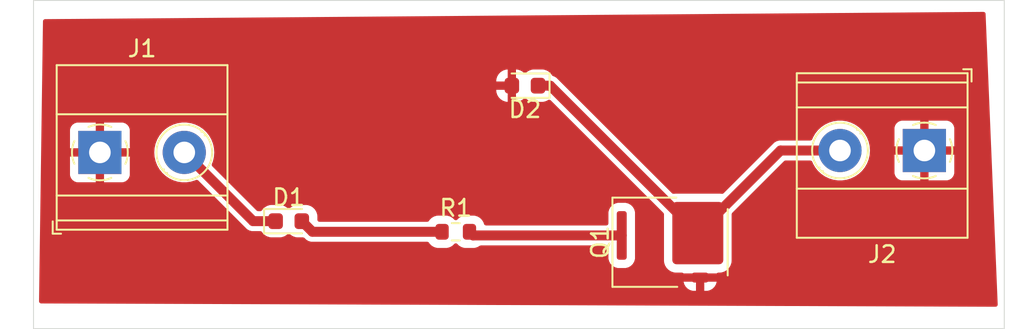
<source format=kicad_pcb>
(kicad_pcb (version 20240108) (generator "pcbnew") (generator_version "8.0")
  (layers (0 "F.Cu" signal) (31 "B.Cu" signal) (34 "B.Paste" user) (35 "F.Paste" user) (36 "B.SilkS" user "B.Silkscreen") (37 "F.SilkS" user "F.Silkscreen") (38 "B.Mask" user) (39 "F.Mask" user) (44 "Edge.Cuts" user))
  (net 0 "")
  (net 1 "Net-(D1-A)")
  (net 2 "Net-(D1-K)")
  (net 3 "GND")
  (net 4 "+5V")
  (net 5 "Net-(Q1-D)")
  (footprint "TerminalBlock_Phoenix:TerminalBlock_Phoenix_MKDS-1,5-2-5.08_1x02_P5.08mm_Horizontal" (layer "F.Cu") (at 195.74 89.76 180)
    (property "Reference" "J2" (at 2.54 -6.26 360) (layer "F.SilkS"))
    (property "Value" "Screw_Terminal_01x02")
    (fp_line (start 7.68 -5.261) (end 7.68 4.66) (stroke (width 0.12)) (layer "F.SilkS"))
    (fp_line (start 6.355 -1.069) (end 6.308 -1.023) (stroke (width 0.12)) (layer "F.SilkS"))
    (fp_line (start 6.15 -1.275) (end 6.115 -1.239) (stroke (width 0.12)) (layer "F.SilkS"))
    (fp_line (start 4.046 1.239) (end 4.011 1.274) (stroke (width 0.12)) (layer "F.SilkS"))
    (fp_line (start 3.853 1.023) (end 3.806 1.069) (stroke (width 0.12)) (layer "F.SilkS"))
    (fp_line (start -2.6 4.66) (end 7.68 4.66) (stroke (width 0.12)) (layer "F.SilkS"))
    (fp_line (start -2.6 4.1) (end 7.68 4.1) (stroke (width 0.12)) (layer "F.SilkS"))
    (fp_line (start -2.6 2.6) (end 7.68 2.6) (stroke (width 0.12)) (layer "F.SilkS"))
    (fp_line (start -2.6 -2.301) (end 7.68 -2.301) (stroke (width 0.12)) (layer "F.SilkS"))
    (fp_line (start -2.6 -5.261) (end 7.68 -5.261) (stroke (width 0.12)) (layer "F.SilkS"))
    (fp_line (start -2.6 -5.261) (end -2.6 4.66) (stroke (width 0.12)) (layer "F.SilkS"))
    (fp_line (start -2.84 4.9) (end -2.34 4.9) (stroke (width 0.12)) (layer "F.SilkS"))
    (fp_line (start -2.84 4.16) (end -2.84 4.9) (stroke (width 0.12)) (layer "F.SilkS"))
    (fp_arc (start 1.535427 -0.683042) (mid 1.680501 0.000524) (end 1.535 0.684) (stroke (width 0.12)) (layer "F.SilkS"))
    (fp_arc (start 0.683318 1.534756) (mid 0.349292 1.643288) (end 0 1.68) (stroke (width 0.12)) (layer "F.SilkS"))
    (fp_arc (start 0.028805 1.680253) (mid -0.335551 1.646659) (end -0.684 1.535) (stroke (width 0.12)) (layer "F.SilkS"))
    (fp_arc (start -0.683042 -1.535427) (mid 0.000524 -1.680501) (end 0.684 -1.535) (stroke (width 0.12)) (layer "F.SilkS"))
    (fp_arc (start -1.535427 0.683042) (mid -1.680501 -0.000524) (end -1.535 -0.684) (stroke (width 0.12)) (layer "F.SilkS"))
    (fp_circle (center 5.08 0) (end 6.76 0) (stroke (width 0.12)) (fill none) (layer "F.SilkS"))
    (pad "1" thru_hole rect (at 0 0 180) (size 2.6 2.6) (drill 1.3) (layers "*.Cu" "*.Mask") (net 3 "GND"))
    (pad "2" thru_hole circle (at 5.08 0 180) (size 2.6 2.6) (drill 1.3) (layers "*.Cu" "*.Mask") (net 4 "+5V"))
  )
  (footprint "TerminalBlock_Phoenix:TerminalBlock_Phoenix_MKDS-1,5-2-5.08_1x02_P5.08mm_Horizontal" (layer "F.Cu") (at 146.105 89.875)
    (property "Reference" "J1" (at 2.54 -6.26 0) (layer "F.SilkS"))
    (property "Value" "Screw_Terminal_01x02")
    (fp_line (start -2.84 4.16) (end -2.84 4.9) (stroke (width 0.12)) (layer "F.SilkS"))
    (fp_line (start -2.84 4.9) (end -2.34 4.9) (stroke (width 0.12)) (layer "F.SilkS"))
    (fp_line (start -2.6 -5.261) (end -2.6 4.66) (stroke (width 0.12)) (layer "F.SilkS"))
    (fp_line (start -2.6 -5.261) (end 7.68 -5.261) (stroke (width 0.12)) (layer "F.SilkS"))
    (fp_line (start -2.6 -2.301) (end 7.68 -2.301) (stroke (width 0.12)) (layer "F.SilkS"))
    (fp_line (start -2.6 2.6) (end 7.68 2.6) (stroke (width 0.12)) (layer "F.SilkS"))
    (fp_line (start -2.6 4.1) (end 7.68 4.1) (stroke (width 0.12)) (layer "F.SilkS"))
    (fp_line (start -2.6 4.66) (end 7.68 4.66) (stroke (width 0.12)) (layer "F.SilkS"))
    (fp_line (start 3.853 1.023) (end 3.806 1.069) (stroke (width 0.12)) (layer "F.SilkS"))
    (fp_line (start 4.046 1.239) (end 4.011 1.274) (stroke (width 0.12)) (layer "F.SilkS"))
    (fp_line (start 6.15 -1.275) (end 6.115 -1.239) (stroke (width 0.12)) (layer "F.SilkS"))
    (fp_line (start 6.355 -1.069) (end 6.308 -1.023) (stroke (width 0.12)) (layer "F.SilkS"))
    (fp_line (start 7.68 -5.261) (end 7.68 4.66) (stroke (width 0.12)) (layer "F.SilkS"))
    (fp_arc (start -1.535427 0.683042) (mid -1.680501 -0.000524) (end -1.535 -0.684) (stroke (width 0.12)) (layer "F.SilkS"))
    (fp_arc (start -0.683042 -1.535427) (mid 0.000524 -1.680501) (end 0.684 -1.535) (stroke (width 0.12)) (layer "F.SilkS"))
    (fp_arc (start 0.028805 1.680253) (mid -0.335551 1.646659) (end -0.684 1.535) (stroke (width 0.12)) (layer "F.SilkS"))
    (fp_arc (start 0.683318 1.534756) (mid 0.349292 1.643288) (end 0 1.68) (stroke (width 0.12)) (layer "F.SilkS"))
    (fp_arc (start 1.535427 -0.683042) (mid 1.680501 0.000524) (end 1.535 0.684) (stroke (width 0.12)) (layer "F.SilkS"))
    (fp_circle (center 5.08 0) (end 6.76 0) (stroke (width 0.12)) (fill none) (layer "F.SilkS"))
    (pad "1" thru_hole rect (at 0 0) (size 2.6 2.6) (drill 1.3) (layers "*.Cu" "*.Mask") (net 3 "GND"))
    (pad "2" thru_hole circle (at 5.08 0) (size 2.6 2.6) (drill 1.3) (layers "*.Cu" "*.Mask") (net 2 "Net-(D1-K)"))
  )
  (footprint "LED_SMD:LED_0603_1608Metric" (layer "F.Cu") (at 157.4725 94.02)
    (property "Reference" "D1" (at 0 -1.43 0) (layer "F.SilkS"))
    (property "Value" "LED")
    (fp_line (start -1.485 -0.735) (end -1.485 0.735) (stroke (width 0.12)) (layer "F.SilkS"))
    (fp_line (start -1.485 0.735) (end 0.8 0.735) (stroke (width 0.12)) (layer "F.SilkS"))
    (fp_line (start 0.8 -0.735) (end -1.485 -0.735) (stroke (width 0.12)) (layer "F.SilkS"))
    (pad "1" smd roundrect (at -0.7875 0) (size 0.875 0.95) (layers "F.Cu" "F.Paste" "F.Mask") (net 2 "Net-(D1-K)"))
    (pad "2" smd roundrect (at 0.7875 0) (size 0.875 0.95) (layers "F.Cu" "F.Paste" "F.Mask") (net 1 "Net-(D1-A)"))
  )
  (footprint "Resistor_SMD:R_0603_1608Metric" (layer "F.Cu") (at 167.53 94.66)
    (property "Reference" "R1" (at 0 -1.43 0) (layer "F.SilkS"))
    (property "Value" "R")
    (fp_line (start -0.237258 -0.5225) (end 0.237258 -0.5225) (stroke (width 0.12)) (layer "F.SilkS"))
    (fp_line (start -0.237258 0.5225) (end 0.237258 0.5225) (stroke (width 0.12)) (layer "F.SilkS"))
    (pad "1" smd roundrect (at -0.825 0) (size 0.8 0.95) (layers "F.Cu" "F.Paste" "F.Mask") (net 1 "Net-(D1-A)"))
    (pad "2" smd roundrect (at 0.825 0) (size 0.8 0.95) (layers "F.Cu" "F.Paste" "F.Mask") (net 5 "Net-(Q1-D)"))
  )
  (footprint "Transistor_Power:GaN_Systems_GaNPX-3_5x6.6mm_Drain2.93x0.6mm" (layer "F.Cu") (at 180.43 95.29 90)
    (property "Reference" "Q1" (at 0 -4.21 90) (layer "F.SilkS"))
    (property "Value" "PMOS")
    (fp_line (start 2.69 -3.47) (end -2.69 -3.47) (stroke (width 0.12)) (layer "F.SilkS"))
    (fp_line (start -2.69 -3.47) (end -2.69 0.4325) (stroke (width 0.12)) (layer "F.SilkS"))
    (fp_line (start 2.69 0.375) (end 2.69 -3.47) (stroke (width 0.12)) (layer "F.SilkS"))
    (fp_line (start -2 3.47) (end 2 3.47) (stroke (width 0.12)) (layer "F.SilkS"))
    (pad "1" smd roundrect (at 0.41 -2.91 90) (size 2.93 0.6) (layers "F.Cu" "F.Paste" "F.Mask") (net 5 "Net-(Q1-D)"))
    (pad "2" smd roundrect (at -2.13 1.81 90) (size 0.6 1) (layers "F.Cu" "F.Paste" "F.Mask") (net 3 "GND"))
    (pad "3" smd roundrect (at 0.55 1.67 90) (size 3.76 3.07) (layers "F.Cu" "F.Mask") (roundrect_rratio 0.08143322476) (net 4 "+5V"))
  )
  (footprint "Diode_SMD:D_0603_1608Metric" (layer "F.Cu") (at 171.6925 85.85 180)
    (property "Reference" "D2" (at 0 -1.43 360) (layer "F.SilkS"))
    (property "Value" "D_Zener")
    (fp_line (start 0.8 -0.735) (end -1.485 -0.735) (stroke (width 0.12)) (layer "F.SilkS"))
    (fp_line (start -1.485 0.735) (end 0.8 0.735) (stroke (width 0.12)) (layer "F.SilkS"))
    (fp_line (start -1.485 -0.735) (end -1.485 0.735) (stroke (width 0.12)) (layer "F.SilkS"))
    (pad "1" smd roundrect (at -0.7875 0 180) (size 0.875 0.95) (layers "F.Cu" "F.Paste" "F.Mask") (net 4 "+5V"))
    (pad "2" smd roundrect (at 0.7875 0 180) (size 0.875 0.95) (layers "F.Cu" "F.Paste" "F.Mask") (net 3 "GND"))
  )
  (gr_rect (start 142.11 80.71) (end 200.55 100.5) (stroke (width 0.05)) (fill none) (layer "Edge.Cuts"))
  (segment (start 158.9 94.66) (end 158.26 94.02) (width 0.6) (layer "F.Cu") (net 1))
  (segment (start 166.705 94.66) (end 158.9 94.66) (width 0.6) (layer "F.Cu") (net 1))
  (segment (start 151.185 89.875) (end 155.33 94.02) (width 0.6) (layer "F.Cu") (net 2))
  (segment (start 155.33 94.02) (end 156.685 94.02) (width 0.6) (layer "F.Cu") (net 2))
  (segment (start 182.1 94.74) (end 173.21 85.85) (width 0.6) (layer "F.Cu") (net 4))
  (segment (start 187.08 89.76) (end 182.1 94.74) (width 0.6) (layer "F.Cu") (net 4))
  (segment (start 173.21 85.85) (end 172.48 85.85) (width 0.6) (layer "F.Cu") (net 4))
  (segment (start 190.66 89.76) (end 187.08 89.76) (width 0.6) (layer "F.Cu") (net 4))
  (segment (start 168.575 94.88) (end 168.355 94.66) (width 0.6) (layer "F.Cu") (net 5))
  (segment (start 177.52 94.88) (end 168.575 94.88) (width 0.6) (layer "F.Cu") (net 5))
  (zone (net 3) (net_name "GND") (layer "F.Cu") (connect_pads (clearance 0.5)) (min_thickness 0.25) (fill yes (thermal_gap 0.5) (thermal_bridge_width 0.5))
    (polygon (pts (xy 142.44 98.98) (xy 200.16 99.18) (xy 199.42 81.4) (xy 142.68 81.84) (xy 142.44 98.91)))
  )
)
</source>
